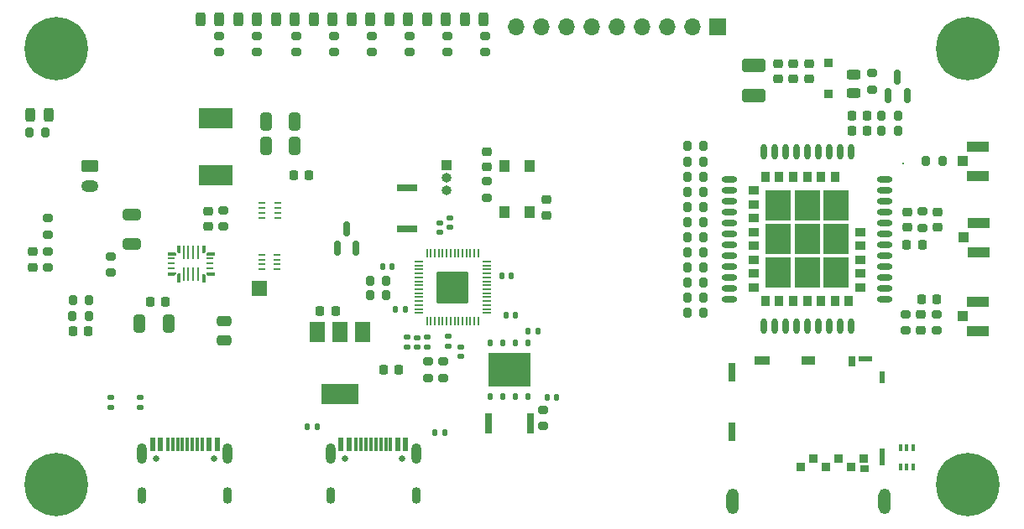
<source format=gbr>
%TF.GenerationSoftware,KiCad,Pcbnew,(6.0.2-0)*%
%TF.CreationDate,2022-03-26T21:56:15+01:00*%
%TF.ProjectId,RP2040GPSTracker,52503230-3430-4475-9053-547261636b65,rev?*%
%TF.SameCoordinates,PX4416780PY363af58*%
%TF.FileFunction,Soldermask,Top*%
%TF.FilePolarity,Negative*%
%FSLAX46Y46*%
G04 Gerber Fmt 4.6, Leading zero omitted, Abs format (unit mm)*
G04 Created by KiCad (PCBNEW (6.0.2-0)) date 2022-03-26 21:56:15*
%MOMM*%
%LPD*%
G01*
G04 APERTURE LIST*
G04 Aperture macros list*
%AMRoundRect*
0 Rectangle with rounded corners*
0 $1 Rounding radius*
0 $2 $3 $4 $5 $6 $7 $8 $9 X,Y pos of 4 corners*
0 Add a 4 corners polygon primitive as box body*
4,1,4,$2,$3,$4,$5,$6,$7,$8,$9,$2,$3,0*
0 Add four circle primitives for the rounded corners*
1,1,$1+$1,$2,$3*
1,1,$1+$1,$4,$5*
1,1,$1+$1,$6,$7*
1,1,$1+$1,$8,$9*
0 Add four rect primitives between the rounded corners*
20,1,$1+$1,$2,$3,$4,$5,0*
20,1,$1+$1,$4,$5,$6,$7,0*
20,1,$1+$1,$6,$7,$8,$9,0*
20,1,$1+$1,$8,$9,$2,$3,0*%
G04 Aperture macros list end*
%ADD10C,0.100000*%
%ADD11C,0.650000*%
%ADD12R,0.600000X1.450000*%
%ADD13R,0.300000X1.450000*%
%ADD14O,0.900000X1.700000*%
%ADD15O,1.000000X2.100000*%
%ADD16RoundRect,0.250000X-0.325000X-0.650000X0.325000X-0.650000X0.325000X0.650000X-0.325000X0.650000X0*%
%ADD17RoundRect,0.150000X0.150000X-0.587500X0.150000X0.587500X-0.150000X0.587500X-0.150000X-0.587500X0*%
%ADD18RoundRect,0.200000X0.275000X-0.200000X0.275000X0.200000X-0.275000X0.200000X-0.275000X-0.200000X0*%
%ADD19RoundRect,0.225000X-0.225000X-0.250000X0.225000X-0.250000X0.225000X0.250000X-0.225000X0.250000X0*%
%ADD20RoundRect,0.200000X-0.200000X-0.275000X0.200000X-0.275000X0.200000X0.275000X-0.200000X0.275000X0*%
%ADD21RoundRect,0.225000X0.225000X0.250000X-0.225000X0.250000X-0.225000X-0.250000X0.225000X-0.250000X0*%
%ADD22R,0.127000X0.127000*%
%ADD23R,0.250000X1.400000*%
%ADD24R,0.700000X0.250000*%
%ADD25C,6.400000*%
%ADD26O,1.600000X0.600000*%
%ADD27O,0.600000X1.600000*%
%ADD28R,1.100000X0.900000*%
%ADD29R,0.900000X1.100000*%
%ADD30R,2.600000X3.100000*%
%ADD31RoundRect,0.250000X-0.650000X0.325000X-0.650000X-0.325000X0.650000X-0.325000X0.650000X0.325000X0*%
%ADD32RoundRect,0.135000X0.135000X0.185000X-0.135000X0.185000X-0.135000X-0.185000X0.135000X-0.185000X0*%
%ADD33RoundRect,0.200000X-0.275000X0.200000X-0.275000X-0.200000X0.275000X-0.200000X0.275000X0.200000X0*%
%ADD34RoundRect,0.200000X0.200000X0.275000X-0.200000X0.275000X-0.200000X-0.275000X0.200000X-0.275000X0*%
%ADD35R,1.041400X0.990600*%
%ADD36R,2.209800X1.041400*%
%ADD37RoundRect,0.225000X-0.250000X0.225000X-0.250000X-0.225000X0.250000X-0.225000X0.250000X0.225000X0*%
%ADD38RoundRect,0.243750X-0.243750X-0.456250X0.243750X-0.456250X0.243750X0.456250X-0.243750X0.456250X0*%
%ADD39RoundRect,0.225000X0.250000X-0.225000X0.250000X0.225000X-0.250000X0.225000X-0.250000X-0.225000X0*%
%ADD40RoundRect,0.250000X-0.625000X0.350000X-0.625000X-0.350000X0.625000X-0.350000X0.625000X0.350000X0*%
%ADD41O,1.750000X1.200000*%
%ADD42RoundRect,0.140000X-0.170000X0.140000X-0.170000X-0.140000X0.170000X-0.140000X0.170000X0.140000X0*%
%ADD43RoundRect,0.135000X-0.135000X-0.185000X0.135000X-0.185000X0.135000X0.185000X-0.135000X0.185000X0*%
%ADD44RoundRect,0.243750X0.243750X0.456250X-0.243750X0.456250X-0.243750X-0.456250X0.243750X-0.456250X0*%
%ADD45R,0.400000X0.650000*%
%ADD46RoundRect,0.050000X0.387500X0.050000X-0.387500X0.050000X-0.387500X-0.050000X0.387500X-0.050000X0*%
%ADD47RoundRect,0.050000X0.050000X0.387500X-0.050000X0.387500X-0.050000X-0.387500X0.050000X-0.387500X0*%
%ADD48RoundRect,0.144000X1.456000X1.456000X-1.456000X1.456000X-1.456000X-1.456000X1.456000X-1.456000X0*%
%ADD49R,3.400000X2.000000*%
%ADD50RoundRect,0.140000X0.170000X-0.140000X0.170000X0.140000X-0.170000X0.140000X-0.170000X-0.140000X0*%
%ADD51RoundRect,0.140000X-0.140000X-0.170000X0.140000X-0.170000X0.140000X0.170000X-0.140000X0.170000X0*%
%ADD52R,0.711200X0.228600*%
%ADD53R,1.000000X1.000000*%
%ADD54O,1.000000X1.000000*%
%ADD55R,1.500000X2.000000*%
%ADD56R,3.800000X2.000000*%
%ADD57RoundRect,0.218750X0.218750X0.256250X-0.218750X0.256250X-0.218750X-0.256250X0.218750X-0.256250X0*%
%ADD58R,0.203200X0.203200*%
%ADD59R,0.101600X0.635000*%
%ADD60RoundRect,0.140000X0.140000X0.170000X-0.140000X0.170000X-0.140000X-0.170000X0.140000X-0.170000X0*%
%ADD61R,0.838200X0.939800*%
%ADD62R,0.939800X0.787400*%
%ADD63O,1.270000X2.565400*%
%ADD64R,0.558800X1.651000*%
%ADD65R,0.558800X1.219200*%
%ADD66R,1.371600X0.609600*%
%ADD67R,0.736600X1.016000*%
%ADD68R,1.346200X0.965200*%
%ADD69R,1.574800X0.965200*%
%ADD70R,0.635000X1.955800*%
%ADD71RoundRect,0.243750X-0.456250X0.243750X-0.456250X-0.243750X0.456250X-0.243750X0.456250X0.243750X0*%
%ADD72R,1.092200X1.193800*%
%ADD73RoundRect,0.250000X0.925000X-0.412500X0.925000X0.412500X-0.925000X0.412500X-0.925000X-0.412500X0*%
%ADD74R,0.950000X0.900000*%
%ADD75R,0.550000X0.300000*%
%ADD76R,0.520000X0.300000*%
%ADD77RoundRect,0.135000X-0.185000X0.135000X-0.185000X-0.135000X0.185000X-0.135000X0.185000X0.135000X0*%
%ADD78R,1.700000X1.700000*%
%ADD79O,1.700000X1.700000*%
%ADD80R,2.000000X0.800000*%
%ADD81RoundRect,0.250000X-0.475000X0.250000X-0.475000X-0.250000X0.475000X-0.250000X0.475000X0.250000X0*%
%ADD82R,0.800000X2.000000*%
%ADD83RoundRect,0.125000X-0.125000X0.250000X-0.125000X-0.250000X0.125000X-0.250000X0.125000X0.250000X0*%
%ADD84R,4.300000X3.400000*%
G04 APERTURE END LIST*
D10*
%TO.C,U6*%
X19497571Y26081644D02*
X19497571Y26331644D01*
X19497571Y26331644D02*
X18797571Y26331644D01*
X18797571Y26331644D02*
X18797571Y26181644D01*
X18797571Y26181644D02*
X18897571Y26081644D01*
X18897571Y26081644D02*
X19497571Y26081644D01*
G36*
X19497571Y26081644D02*
G01*
X18897571Y26081644D01*
X18797571Y26181644D01*
X18797571Y26331644D01*
X19497571Y26331644D01*
X19497571Y26081644D01*
G37*
X19497571Y26081644D02*
X18897571Y26081644D01*
X18797571Y26181644D01*
X18797571Y26331644D01*
X19497571Y26331644D01*
X19497571Y26081644D01*
X14897569Y26081644D02*
X14897569Y26331644D01*
X14897569Y26331644D02*
X15597569Y26331644D01*
X15597569Y26331644D02*
X15597569Y26181644D01*
X15597569Y26181644D02*
X15497569Y26081644D01*
X15497569Y26081644D02*
X14897569Y26081644D01*
G36*
X15597569Y26181644D02*
G01*
X15497569Y26081644D01*
X14897569Y26081644D01*
X14897569Y26331644D01*
X15597569Y26331644D01*
X15597569Y26181644D01*
G37*
X15597569Y26181644D02*
X15497569Y26081644D01*
X14897569Y26081644D01*
X14897569Y26331644D01*
X15597569Y26331644D01*
X15597569Y26181644D01*
X18572885Y25406896D02*
X18322885Y25406896D01*
X18322885Y25406896D02*
X18322885Y26106896D01*
X18322885Y26106896D02*
X18472885Y26106896D01*
X18472885Y26106896D02*
X18572885Y26006896D01*
X18572885Y26006896D02*
X18572885Y25406896D01*
G36*
X18572885Y26006896D02*
G01*
X18572885Y25406896D01*
X18322885Y25406896D01*
X18322885Y26106896D01*
X18472885Y26106896D01*
X18572885Y26006896D01*
G37*
X18572885Y26006896D02*
X18572885Y25406896D01*
X18322885Y25406896D01*
X18322885Y26106896D01*
X18472885Y26106896D01*
X18572885Y26006896D01*
X15822255Y25406896D02*
X16072255Y25406896D01*
X16072255Y25406896D02*
X16072255Y26206896D01*
X16072255Y26206896D02*
X15922255Y26206896D01*
X15922255Y26206896D02*
X15822255Y26006896D01*
X15822255Y26006896D02*
X15822255Y25406896D01*
G36*
X16072255Y25406896D02*
G01*
X15822255Y25406896D01*
X15822255Y26006896D01*
X15922255Y26206896D01*
X16072255Y26206896D01*
X16072255Y25406896D01*
G37*
X16072255Y25406896D02*
X15822255Y25406896D01*
X15822255Y26006896D01*
X15922255Y26206896D01*
X16072255Y26206896D01*
X16072255Y25406896D01*
X19497571Y28332148D02*
X19497571Y28082148D01*
X19497571Y28082148D02*
X18797571Y28082148D01*
X18797571Y28082148D02*
X18797571Y28232148D01*
X18797571Y28232148D02*
X18897571Y28332148D01*
X18897571Y28332148D02*
X19497571Y28332148D01*
G36*
X19497571Y28082148D02*
G01*
X18797571Y28082148D01*
X18797571Y28232148D01*
X18897571Y28332148D01*
X19497571Y28332148D01*
X19497571Y28082148D01*
G37*
X19497571Y28082148D02*
X18797571Y28082148D01*
X18797571Y28232148D01*
X18897571Y28332148D01*
X19497571Y28332148D01*
X19497571Y28082148D01*
X18572885Y29006896D02*
X18322885Y29006896D01*
X18322885Y29006896D02*
X18322885Y28306896D01*
X18322885Y28306896D02*
X18472885Y28306896D01*
X18472885Y28306896D02*
X18572885Y28406896D01*
X18572885Y28406896D02*
X18572885Y29006896D01*
G36*
X18572885Y28406896D02*
G01*
X18472885Y28306896D01*
X18322885Y28306896D01*
X18322885Y29006896D01*
X18572885Y29006896D01*
X18572885Y28406896D01*
G37*
X18572885Y28406896D02*
X18472885Y28306896D01*
X18322885Y28306896D01*
X18322885Y29006896D01*
X18572885Y29006896D01*
X18572885Y28406896D01*
X15822255Y29006896D02*
X16072255Y29006896D01*
X16072255Y29006896D02*
X16072255Y28306896D01*
X16072255Y28306896D02*
X15922255Y28306896D01*
X15922255Y28306896D02*
X15822255Y28406896D01*
X15822255Y28406896D02*
X15822255Y29006896D01*
G36*
X16072255Y28306896D02*
G01*
X15922255Y28306896D01*
X15822255Y28406896D01*
X15822255Y29006896D01*
X16072255Y29006896D01*
X16072255Y28306896D01*
G37*
X16072255Y28306896D02*
X15922255Y28306896D01*
X15822255Y28406896D01*
X15822255Y29006896D01*
X16072255Y29006896D01*
X16072255Y28306896D01*
X14897569Y28332148D02*
X14897569Y28082148D01*
X14897569Y28082148D02*
X15597569Y28082148D01*
X15597569Y28082148D02*
X15597569Y28232148D01*
X15597569Y28232148D02*
X15497569Y28332148D01*
X15497569Y28332148D02*
X14897569Y28332148D01*
G36*
X15597569Y28232148D02*
G01*
X15597569Y28082148D01*
X14897569Y28082148D01*
X14897569Y28332148D01*
X15497569Y28332148D01*
X15597569Y28232148D01*
G37*
X15597569Y28232148D02*
X15597569Y28082148D01*
X14897569Y28082148D01*
X14897569Y28332148D01*
X15497569Y28332148D01*
X15597569Y28232148D01*
%TO.C,U4*%
X24100000Y24430001D02*
X24100000Y23989999D01*
X24100000Y23989999D02*
X24760001Y23989999D01*
X24760001Y23989999D02*
X24760001Y24430001D01*
X24760001Y24430001D02*
X24100000Y24430001D01*
G36*
X24760001Y23989999D02*
G01*
X24100000Y23989999D01*
X24100000Y24430001D01*
X24760001Y24430001D01*
X24760001Y23989999D01*
G37*
X24760001Y23989999D02*
X24100000Y23989999D01*
X24100000Y24430001D01*
X24760001Y24430001D01*
X24760001Y23989999D01*
X23359999Y24930000D02*
X23359999Y24490000D01*
X23359999Y24490000D02*
X24020000Y24490000D01*
X24020000Y24490000D02*
X24020000Y24930000D01*
X24020000Y24930000D02*
X23359999Y24930000D01*
G36*
X24020000Y24490000D02*
G01*
X23359999Y24490000D01*
X23359999Y24930000D01*
X24020000Y24930000D01*
X24020000Y24490000D01*
G37*
X24020000Y24490000D02*
X23359999Y24490000D01*
X23359999Y24930000D01*
X24020000Y24930000D01*
X24020000Y24490000D01*
X23359999Y25430001D02*
X23359999Y24989999D01*
X23359999Y24989999D02*
X24020000Y24989999D01*
X24020000Y24989999D02*
X24020000Y25430001D01*
X24020000Y25430001D02*
X23359999Y25430001D01*
G36*
X24020000Y24989999D02*
G01*
X23359999Y24989999D01*
X23359999Y25430001D01*
X24020000Y25430001D01*
X24020000Y24989999D01*
G37*
X24020000Y24989999D02*
X23359999Y24989999D01*
X23359999Y25430001D01*
X24020000Y25430001D01*
X24020000Y24989999D01*
X24100000Y24930000D02*
X24100000Y24490000D01*
X24100000Y24490000D02*
X24760001Y24490000D01*
X24760001Y24490000D02*
X24760001Y24930000D01*
X24760001Y24930000D02*
X24100000Y24930000D01*
G36*
X24760001Y24490000D02*
G01*
X24100000Y24490000D01*
X24100000Y24930000D01*
X24760001Y24930000D01*
X24760001Y24490000D01*
G37*
X24760001Y24490000D02*
X24100000Y24490000D01*
X24100000Y24930000D01*
X24760001Y24930000D01*
X24760001Y24490000D01*
X24100000Y25430001D02*
X24100000Y24989999D01*
X24100000Y24989999D02*
X24760001Y24989999D01*
X24760001Y24989999D02*
X24760001Y25430001D01*
X24760001Y25430001D02*
X24100000Y25430001D01*
G36*
X24760001Y24989999D02*
G01*
X24100000Y24989999D01*
X24100000Y25430001D01*
X24760001Y25430001D01*
X24760001Y24989999D01*
G37*
X24760001Y24989999D02*
X24100000Y24989999D01*
X24100000Y25430001D01*
X24760001Y25430001D01*
X24760001Y24989999D01*
X23359999Y24430001D02*
X23359999Y23989999D01*
X23359999Y23989999D02*
X24020000Y23989999D01*
X24020000Y23989999D02*
X24020000Y24430001D01*
X24020000Y24430001D02*
X23359999Y24430001D01*
G36*
X24020000Y23989999D02*
G01*
X23359999Y23989999D01*
X23359999Y24430001D01*
X24020000Y24430001D01*
X24020000Y23989999D01*
G37*
X24020000Y23989999D02*
X23359999Y23989999D01*
X23359999Y24430001D01*
X24020000Y24430001D01*
X24020000Y23989999D01*
%TD*%
D11*
%TO.C,J7*%
X32714800Y7464600D03*
X38494800Y7464600D03*
D12*
X32354800Y8909600D03*
X33154800Y8909600D03*
D13*
X34354800Y8909600D03*
X35354800Y8909600D03*
X35854800Y8909600D03*
X36854800Y8909600D03*
D12*
X38054800Y8909600D03*
X38854800Y8909600D03*
X38854800Y8909600D03*
X38054800Y8909600D03*
D13*
X37354800Y8909600D03*
X36354800Y8909600D03*
X34854800Y8909600D03*
X33854800Y8909600D03*
D12*
X33154800Y8909600D03*
X32354800Y8909600D03*
D14*
X31279800Y3814600D03*
D15*
X39929800Y7994600D03*
X31279800Y7994600D03*
D14*
X39929800Y3814600D03*
%TD*%
D16*
%TO.C,C46*%
X24751100Y39084600D03*
X27701100Y39084600D03*
%TD*%
D17*
%TO.C,Q1*%
X31955000Y28787500D03*
X33855000Y28787500D03*
X32905000Y30662500D03*
%TD*%
D18*
%TO.C,R38*%
X2740000Y30137500D03*
X2740000Y31787500D03*
%TD*%
D19*
%TO.C,C24*%
X90915000Y23590000D03*
X92465000Y23590000D03*
%TD*%
D20*
%TO.C,R32*%
X91365000Y37530000D03*
X93015000Y37530000D03*
%TD*%
D21*
%TO.C,C35*%
X31790000Y22410000D03*
X30240000Y22410000D03*
%TD*%
D22*
%TO.C,U6*%
X15947255Y25806896D03*
D23*
X16447381Y26106896D03*
X16947507Y26106896D03*
X17447633Y26106896D03*
X17947759Y26106896D03*
D22*
X18447885Y25756896D03*
X19147571Y26206644D03*
D24*
X19147571Y26706770D03*
X19147571Y27206896D03*
X19147571Y27707022D03*
D22*
X19147571Y28207148D03*
X18447885Y28656896D03*
D23*
X17947759Y28306896D03*
X17447633Y28306896D03*
X16947507Y28306896D03*
X16447381Y28306896D03*
D22*
X15947255Y28656896D03*
X15247569Y28207148D03*
D24*
X15247569Y27707022D03*
X15247569Y27206896D03*
X15247569Y26706770D03*
D22*
X15247569Y26206644D03*
%TD*%
D25*
%TO.C,H4*%
X3604800Y4864600D03*
%TD*%
D26*
%TO.C,U2*%
X71504000Y35731200D03*
X71504000Y34631200D03*
X71504000Y33531200D03*
X71504000Y32431200D03*
X71504000Y31331200D03*
X71504000Y30231200D03*
X71504000Y29131200D03*
X71504000Y28031200D03*
X71504000Y26931200D03*
X71504000Y25831200D03*
X71504000Y24731200D03*
X71504000Y23631200D03*
D27*
X74954000Y20881200D03*
X76054000Y20881200D03*
X77154000Y20881200D03*
X78254000Y20881200D03*
X79354000Y20881200D03*
X80454000Y20881200D03*
X81554000Y20881200D03*
X82654000Y20881200D03*
X83754000Y20881200D03*
D26*
X87204000Y23631200D03*
X87204000Y24731200D03*
X87204000Y25831200D03*
X87204000Y26931200D03*
X87204000Y28031200D03*
X87204000Y29131200D03*
X87204000Y30231200D03*
X87204000Y31331200D03*
X87204000Y32431200D03*
X87204000Y33531200D03*
X87204000Y34631200D03*
X87204000Y35731200D03*
D27*
X83754000Y38481200D03*
X82654000Y38481200D03*
X81554000Y38481200D03*
X80454000Y38481200D03*
X79354000Y38481200D03*
X78254000Y38481200D03*
X77154000Y38481200D03*
X76054000Y38481200D03*
X74954000Y38481200D03*
D28*
X74004000Y34581200D03*
X74004000Y33181200D03*
X74004000Y31781200D03*
X74004000Y30381200D03*
X74004000Y28981200D03*
X74004000Y27581200D03*
X74004000Y26181200D03*
X74004000Y24781200D03*
D29*
X75154000Y23381200D03*
X76554000Y23381200D03*
X77954000Y23381200D03*
X79354000Y23381200D03*
X80754000Y23381200D03*
X82154000Y23381200D03*
X83554000Y23381200D03*
D28*
X84704000Y24781200D03*
X84704000Y26181200D03*
X84704000Y27581200D03*
X84704000Y28981200D03*
X84704000Y30381200D03*
D29*
X82154000Y35981200D03*
X80754000Y35981200D03*
X79354000Y35981200D03*
X77954000Y35981200D03*
X76554000Y35981200D03*
X75154000Y35981200D03*
D30*
X76454000Y33081200D03*
X76454000Y29681200D03*
X76454000Y26281200D03*
X79354000Y26281200D03*
X82254000Y26281200D03*
X82254000Y29681200D03*
X82254000Y33081200D03*
X79354000Y33081200D03*
X79354000Y29681200D03*
%TD*%
D31*
%TO.C,C34*%
X11250000Y32130000D03*
X11250000Y29180000D03*
%TD*%
D32*
%TO.C,R39*%
X42825000Y10150000D03*
X41805000Y10150000D03*
%TD*%
D33*
%TO.C,R30*%
X31665000Y50200000D03*
X31665000Y48550000D03*
%TD*%
D34*
%TO.C,R16*%
X68910000Y25310000D03*
X67260000Y25310000D03*
%TD*%
%TO.C,R28*%
X2550000Y40440000D03*
X900000Y40440000D03*
%TD*%
D20*
%TO.C,R47*%
X86865000Y40580000D03*
X88515000Y40580000D03*
%TD*%
D18*
%TO.C,R48*%
X85950000Y44765000D03*
X85950000Y46415000D03*
%TD*%
D25*
%TO.C,H3*%
X95604800Y4864600D03*
%TD*%
D35*
%TO.C,J4*%
X95085600Y21883200D03*
D36*
X96610601Y20408199D03*
X96610601Y23358201D03*
%TD*%
D37*
%TO.C,C23*%
X89460000Y32407500D03*
X89460000Y30857500D03*
%TD*%
D34*
%TO.C,R7*%
X68910000Y28355000D03*
X67260000Y28355000D03*
%TD*%
D20*
%TO.C,R19*%
X35280000Y23975000D03*
X36930000Y23975000D03*
%TD*%
D38*
%TO.C,D4*%
X33402500Y51860000D03*
X35277500Y51860000D03*
%TD*%
D39*
%TO.C,C19*%
X53100000Y32096300D03*
X53100000Y33646300D03*
%TD*%
D40*
%TO.C,J9*%
X6995000Y37030000D03*
D41*
X6995000Y35030000D03*
%TD*%
D42*
%TO.C,C8*%
X44385000Y18795000D03*
X44385000Y17835000D03*
%TD*%
D43*
%TO.C,R36*%
X28970000Y10720000D03*
X29990000Y10720000D03*
%TD*%
D44*
%TO.C,D2*%
X2857500Y42200000D03*
X982500Y42200000D03*
%TD*%
D33*
%TO.C,R43*%
X43060000Y50180000D03*
X43060000Y48530000D03*
%TD*%
D20*
%TO.C,R18*%
X35280000Y25485000D03*
X36930000Y25485000D03*
%TD*%
D39*
%TO.C,C20*%
X47080000Y36955000D03*
X47080000Y38505000D03*
%TD*%
D42*
%TO.C,C11*%
X41010000Y19760000D03*
X41010000Y18800000D03*
%TD*%
D33*
%TO.C,R22*%
X39265000Y50180000D03*
X39265000Y48530000D03*
%TD*%
D34*
%TO.C,R8*%
X68915000Y34450000D03*
X67265000Y34450000D03*
%TD*%
D18*
%TO.C,R20*%
X92440000Y20425000D03*
X92440000Y22075000D03*
%TD*%
D33*
%TO.C,R45*%
X20055000Y50200000D03*
X20055000Y48550000D03*
%TD*%
%TO.C,R5*%
X52740000Y12425000D03*
X52740000Y10775000D03*
%TD*%
%TO.C,R21*%
X90980000Y32465000D03*
X90980000Y30815000D03*
%TD*%
D45*
%TO.C,CR1*%
X90075000Y8565000D03*
X89425000Y8565000D03*
X88775000Y8565000D03*
X88775000Y6665000D03*
X89425000Y6665000D03*
X90075000Y6665000D03*
%TD*%
D38*
%TO.C,D7*%
X44833300Y51855000D03*
X46708300Y51855000D03*
%TD*%
D46*
%TO.C,U3*%
X47036500Y22202600D03*
X47036500Y22602600D03*
X47036500Y23002600D03*
X47036500Y23402600D03*
X47036500Y23802600D03*
X47036500Y24202600D03*
X47036500Y24602600D03*
X47036500Y25002600D03*
X47036500Y25402600D03*
X47036500Y25802600D03*
X47036500Y26202600D03*
X47036500Y26602600D03*
X47036500Y27002600D03*
X47036500Y27402600D03*
D47*
X46199000Y28240100D03*
X45799000Y28240100D03*
X45399000Y28240100D03*
X44999000Y28240100D03*
X44599000Y28240100D03*
X44199000Y28240100D03*
X43799000Y28240100D03*
X43399000Y28240100D03*
X42999000Y28240100D03*
X42599000Y28240100D03*
X42199000Y28240100D03*
X41799000Y28240100D03*
X41399000Y28240100D03*
X40999000Y28240100D03*
D46*
X40161500Y27402600D03*
X40161500Y27002600D03*
X40161500Y26602600D03*
X40161500Y26202600D03*
X40161500Y25802600D03*
X40161500Y25402600D03*
X40161500Y25002600D03*
X40161500Y24602600D03*
X40161500Y24202600D03*
X40161500Y23802600D03*
X40161500Y23402600D03*
X40161500Y23002600D03*
X40161500Y22602600D03*
X40161500Y22202600D03*
D47*
X40999000Y21365100D03*
X41399000Y21365100D03*
X41799000Y21365100D03*
X42199000Y21365100D03*
X42599000Y21365100D03*
X42999000Y21365100D03*
X43399000Y21365100D03*
X43799000Y21365100D03*
X44199000Y21365100D03*
X44599000Y21365100D03*
X44999000Y21365100D03*
X45399000Y21365100D03*
X45799000Y21365100D03*
X46199000Y21365100D03*
D48*
X43599000Y24802600D03*
%TD*%
D25*
%TO.C,H2*%
X95604800Y48864600D03*
%TD*%
D49*
%TO.C,L2*%
X19714600Y41858400D03*
X19714600Y36158400D03*
%TD*%
D50*
%TO.C,C6*%
X38980000Y18780000D03*
X38980000Y19740000D03*
%TD*%
D33*
%TO.C,R23*%
X35465000Y50200000D03*
X35465000Y48550000D03*
%TD*%
D51*
%TO.C,C12*%
X53110000Y13645000D03*
X54070000Y13645000D03*
%TD*%
D39*
%TO.C,C45*%
X1210000Y26830000D03*
X1210000Y28380000D03*
%TD*%
D52*
%TO.C,U10*%
X25925100Y26607455D03*
X25925100Y27107581D03*
X25925100Y27607707D03*
X25925100Y28107833D03*
X24324900Y28107833D03*
X24324900Y27607707D03*
X24324900Y27107581D03*
X24324900Y26607455D03*
%TD*%
D18*
%TO.C,R34*%
X2740000Y26767500D03*
X2740000Y28417500D03*
%TD*%
D42*
%TO.C,C5*%
X43325000Y31825000D03*
X43325000Y30865000D03*
%TD*%
D34*
%TO.C,R4*%
X68910000Y23790000D03*
X67260000Y23790000D03*
%TD*%
D53*
%TO.C,J3*%
X42945000Y37130000D03*
D54*
X42945000Y35860000D03*
X42945000Y34590000D03*
%TD*%
D16*
%TO.C,C38*%
X24751100Y41523000D03*
X27701100Y41523000D03*
%TD*%
D34*
%TO.C,R12*%
X68925000Y39050000D03*
X67275000Y39050000D03*
%TD*%
D55*
%TO.C,U7*%
X34555000Y20295000D03*
X32255000Y20295000D03*
X29955000Y20295000D03*
D56*
X32255000Y13995000D03*
%TD*%
D38*
%TO.C,D9*%
X21972500Y51860000D03*
X23847500Y51860000D03*
%TD*%
D50*
%TO.C,C1*%
X43195000Y18875000D03*
X43195000Y19835000D03*
%TD*%
D33*
%TO.C,R31*%
X27835000Y50200000D03*
X27835000Y48550000D03*
%TD*%
D51*
%TO.C,C7*%
X37860000Y22615000D03*
X38820000Y22615000D03*
%TD*%
D18*
%TO.C,R37*%
X9130000Y26292500D03*
X9130000Y27942500D03*
%TD*%
D57*
%TO.C,D1*%
X90952500Y29080000D03*
X89377500Y29080000D03*
%TD*%
D38*
%TO.C,D5*%
X29592500Y51860000D03*
X31467500Y51860000D03*
%TD*%
D33*
%TO.C,R13*%
X89340000Y22075000D03*
X89340000Y20425000D03*
%TD*%
D51*
%TO.C,C3*%
X36515000Y26855000D03*
X37475000Y26855000D03*
%TD*%
D17*
%TO.C,Q2*%
X87545000Y44192500D03*
X89445000Y44192500D03*
X88495000Y46067500D03*
%TD*%
D58*
%TO.C,U8*%
X89036100Y37340000D03*
D59*
X89436100Y36861400D03*
X89836100Y36861400D03*
X89836100Y37818600D03*
X89436100Y37818600D03*
%TD*%
D60*
%TO.C,C4*%
X49515000Y25995000D03*
X48555000Y25995000D03*
%TD*%
D20*
%TO.C,R29*%
X5265000Y21920000D03*
X6915000Y21920000D03*
%TD*%
D19*
%TO.C,C36*%
X5315000Y20360000D03*
X6865000Y20360000D03*
%TD*%
D61*
%TO.C,J8*%
X83804999Y6659499D03*
X81264999Y6659499D03*
X78724999Y6659499D03*
X85074999Y7509500D03*
X82534999Y7509500D03*
X79994999Y7509500D03*
D62*
X85124999Y6479499D03*
D63*
X87215000Y3159500D03*
D64*
X86965001Y7659499D03*
D65*
X86965001Y15744499D03*
D66*
X85230000Y17564500D03*
D67*
X83914999Y17349500D03*
D68*
X79465102Y17384499D03*
D69*
X74830001Y17384500D03*
D70*
X71815000Y16209500D03*
X71765000Y10239500D03*
D63*
X71865000Y3159500D03*
%TD*%
D21*
%TO.C,C18*%
X85445000Y42140000D03*
X83895000Y42140000D03*
%TD*%
D34*
%TO.C,R15*%
X68915000Y32920000D03*
X67265000Y32920000D03*
%TD*%
D38*
%TO.C,D8*%
X41023000Y51855000D03*
X42898000Y51855000D03*
%TD*%
D71*
%TO.C,D11*%
X84075000Y46307500D03*
X84075000Y44432500D03*
%TD*%
D34*
%TO.C,R9*%
X68925000Y35985000D03*
X67275000Y35985000D03*
%TD*%
D37*
%TO.C,C22*%
X90860000Y22025000D03*
X90860000Y20475000D03*
%TD*%
D21*
%TO.C,C37*%
X38185000Y16520000D03*
X36635000Y16520000D03*
%TD*%
D34*
%TO.C,R46*%
X88520000Y42145000D03*
X86870000Y42145000D03*
%TD*%
D25*
%TO.C,H1*%
X3604800Y48864600D03*
%TD*%
D72*
%TO.C,Y1*%
X51360000Y32437600D03*
X51360000Y37035000D03*
X48820000Y37035000D03*
X48820000Y32437600D03*
%TD*%
D73*
%TO.C,C13*%
X73955000Y44150000D03*
X73955000Y47225000D03*
%TD*%
D18*
%TO.C,R1*%
X42620000Y15645000D03*
X42620000Y17295000D03*
%TD*%
D52*
%TO.C,U5*%
X25940100Y31799811D03*
X25940100Y32299937D03*
X25940100Y32800063D03*
X25940100Y33300189D03*
X24339900Y33300189D03*
X24339900Y32800063D03*
X24339900Y32299937D03*
X24339900Y31799811D03*
%TD*%
D74*
%TO.C,Z1*%
X81512800Y47492200D03*
X81512800Y44342200D03*
%TD*%
D60*
%TO.C,C2*%
X49925000Y21975000D03*
X48965000Y21975000D03*
%TD*%
D75*
%TO.C,U4*%
X23704987Y25209999D03*
D76*
X23690001Y24710000D03*
X23690001Y24210001D03*
X24429999Y24210001D03*
X24429999Y24710000D03*
X24429999Y25209999D03*
%TD*%
D39*
%TO.C,C16*%
X79560000Y45853400D03*
X79560000Y47403400D03*
%TD*%
D34*
%TO.C,R6*%
X68910000Y26830000D03*
X67260000Y26830000D03*
%TD*%
%TO.C,R3*%
X68910000Y22270000D03*
X67260000Y22270000D03*
%TD*%
%TO.C,R11*%
X68925000Y37515000D03*
X67275000Y37515000D03*
%TD*%
D33*
%TO.C,R44*%
X23860000Y50200000D03*
X23860000Y48550000D03*
%TD*%
D39*
%TO.C,C21*%
X92520000Y30857500D03*
X92520000Y32407500D03*
%TD*%
D33*
%TO.C,R35*%
X20502000Y32569000D03*
X20502000Y30919000D03*
%TD*%
D35*
%TO.C,J10*%
X95085600Y37520000D03*
D36*
X96610601Y36044999D03*
X96610601Y38995001D03*
%TD*%
D38*
%TO.C,D10*%
X18162500Y51860000D03*
X20037500Y51860000D03*
%TD*%
D19*
%TO.C,C32*%
X13065000Y23320000D03*
X14615000Y23320000D03*
%TD*%
D11*
%TO.C,J6*%
X13714800Y7464600D03*
X19494800Y7464600D03*
D12*
X13354800Y8909600D03*
X14154800Y8909600D03*
D13*
X15354800Y8909600D03*
X16354800Y8909600D03*
X16854800Y8909600D03*
X17854800Y8909600D03*
D12*
X19054800Y8909600D03*
X19854800Y8909600D03*
X19854800Y8909600D03*
X19054800Y8909600D03*
D13*
X18354800Y8909600D03*
X17354800Y8909600D03*
X15854800Y8909600D03*
X14854800Y8909600D03*
D12*
X14154800Y8909600D03*
X13354800Y8909600D03*
D15*
X20929800Y7994600D03*
D14*
X12279800Y3814600D03*
X20929800Y3814600D03*
D15*
X12279800Y7994600D03*
%TD*%
D50*
%TO.C,C9*%
X42275000Y30330000D03*
X42275000Y31290000D03*
%TD*%
%TO.C,C10*%
X40010000Y18770000D03*
X40010000Y19730000D03*
%TD*%
D34*
%TO.C,R33*%
X6925000Y23500000D03*
X5275000Y23500000D03*
%TD*%
D77*
%TO.C,R41*%
X12105000Y13670000D03*
X12105000Y12650000D03*
%TD*%
D16*
%TO.C,C31*%
X11970000Y21165000D03*
X14920000Y21165000D03*
%TD*%
D33*
%TO.C,R42*%
X46870000Y50180000D03*
X46870000Y48530000D03*
%TD*%
D38*
%TO.C,D3*%
X37212500Y51850000D03*
X39087500Y51850000D03*
%TD*%
D18*
%TO.C,R17*%
X47080000Y33860000D03*
X47080000Y35510000D03*
%TD*%
D78*
%TO.C,J11*%
X70300000Y51105000D03*
D79*
X67760000Y51105000D03*
X65220000Y51105000D03*
X62680000Y51105000D03*
X60140000Y51105000D03*
X57600000Y51105000D03*
X55060000Y51105000D03*
X52520000Y51105000D03*
X49980000Y51105000D03*
%TD*%
D32*
%TO.C,R49*%
X52215000Y20345000D03*
X51195000Y20345000D03*
%TD*%
D19*
%TO.C,C17*%
X83885000Y40590000D03*
X85435000Y40590000D03*
%TD*%
D35*
%TO.C,J5*%
X95105600Y29830000D03*
D36*
X96630601Y28354999D03*
X96630601Y31305001D03*
%TD*%
D77*
%TO.C,R40*%
X9160000Y13680000D03*
X9160000Y12660000D03*
%TD*%
D80*
%TO.C,J2*%
X39035000Y30675000D03*
X39035000Y34875000D03*
%TD*%
D19*
%TO.C,C26*%
X27565000Y36100000D03*
X29115000Y36100000D03*
%TD*%
D39*
%TO.C,C14*%
X76432800Y45853400D03*
X76432800Y47403400D03*
%TD*%
D34*
%TO.C,R14*%
X68915000Y29875000D03*
X67265000Y29875000D03*
%TD*%
D81*
%TO.C,C33*%
X20525000Y21355000D03*
X20525000Y19455000D03*
%TD*%
D39*
%TO.C,C15*%
X77956800Y45853400D03*
X77956800Y47403400D03*
%TD*%
D18*
%TO.C,R2*%
X41100000Y15645000D03*
X41100000Y17295000D03*
%TD*%
D82*
%TO.C,J1*%
X51420000Y11050000D03*
X47220000Y11050000D03*
%TD*%
D34*
%TO.C,R10*%
X68915000Y31400000D03*
X67265000Y31400000D03*
%TD*%
D37*
%TO.C,C44*%
X18978000Y32468200D03*
X18978000Y30918200D03*
%TD*%
D38*
%TO.C,D6*%
X25782500Y51860000D03*
X27657500Y51860000D03*
%TD*%
D83*
%TO.C,U1*%
X51200000Y19185000D03*
X49930000Y19185000D03*
X48660000Y19185000D03*
X47390000Y19185000D03*
X47390000Y13785000D03*
X48660000Y13785000D03*
X49930000Y13785000D03*
X51200000Y13785000D03*
D84*
X49295000Y16485000D03*
%TD*%
M02*

</source>
